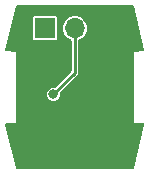
<source format=gbr>
G04 #@! TF.GenerationSoftware,KiCad,Pcbnew,7.0.1-0*
G04 #@! TF.CreationDate,2023-09-27T15:06:49-04:00*
G04 #@! TF.ProjectId,mechanical_speedo,6d656368-616e-4696-9361-6c5f73706565,rev?*
G04 #@! TF.SameCoordinates,Original*
G04 #@! TF.FileFunction,Copper,L2,Bot*
G04 #@! TF.FilePolarity,Positive*
%FSLAX46Y46*%
G04 Gerber Fmt 4.6, Leading zero omitted, Abs format (unit mm)*
G04 Created by KiCad (PCBNEW 7.0.1-0) date 2023-09-27 15:06:49*
%MOMM*%
%LPD*%
G01*
G04 APERTURE LIST*
G04 #@! TA.AperFunction,ComponentPad*
%ADD10R,1.700000X1.700000*%
G04 #@! TD*
G04 #@! TA.AperFunction,ComponentPad*
%ADD11O,1.700000X1.700000*%
G04 #@! TD*
G04 #@! TA.AperFunction,ViaPad*
%ADD12C,0.800000*%
G04 #@! TD*
G04 #@! TA.AperFunction,Conductor*
%ADD13C,0.250000*%
G04 #@! TD*
G04 APERTURE END LIST*
D10*
X-2525000Y5000000D03*
D11*
X15000Y5000000D03*
X2555000Y5000000D03*
D12*
X-1800000Y-600000D03*
D13*
X-1800000Y-600000D02*
X15000Y1215000D01*
X15000Y1215000D02*
X15000Y5000000D01*
G04 #@! TA.AperFunction,Conductor*
G36*
X4916789Y6937588D02*
G01*
X4959632Y6904136D01*
X4984053Y6855575D01*
X5901266Y3186721D01*
X5902532Y3132188D01*
X5880273Y3082387D01*
X5838797Y3046957D01*
X5786134Y3032755D01*
X5000000Y3000000D01*
X5000000Y-3000000D01*
X5786134Y-3032755D01*
X5838797Y-3046957D01*
X5880273Y-3082387D01*
X5902532Y-3132188D01*
X5901266Y-3186721D01*
X4984053Y-6855575D01*
X4959632Y-6904136D01*
X4916789Y-6937588D01*
X4863755Y-6949501D01*
X-4863755Y-6949501D01*
X-4916789Y-6937588D01*
X-4959632Y-6904136D01*
X-4984053Y-6855575D01*
X-5901266Y-3186721D01*
X-5902532Y-3132188D01*
X-5880273Y-3082387D01*
X-5838797Y-3046957D01*
X-5786134Y-3032755D01*
X-5000000Y-3000000D01*
X-5000000Y-600000D01*
X-2365337Y-600000D01*
X-2346074Y-746320D01*
X-2289596Y-882669D01*
X-2199754Y-999754D01*
X-2082669Y-1089596D01*
X-1946320Y-1146074D01*
X-1800000Y-1165337D01*
X-1653680Y-1146074D01*
X-1517331Y-1089596D01*
X-1490086Y-1068691D01*
X-1400245Y-999754D01*
X-1310404Y-882669D01*
X-1253926Y-746320D01*
X-1248853Y-707792D01*
X-1234662Y-599998D01*
X-1245478Y-517843D01*
X-1239958Y-461800D01*
X-1210220Y-413978D01*
X169645Y965887D01*
X182974Y975478D01*
X219606Y1015661D01*
X223562Y1019804D01*
X236422Y1032664D01*
X245133Y1043663D01*
X261941Y1062100D01*
X264057Y1067562D01*
X277381Y1092841D01*
X280698Y1097683D01*
X286407Y1121961D01*
X291488Y1138370D01*
X300500Y1161631D01*
X300500Y1167493D01*
X303793Y1195881D01*
X305135Y1201587D01*
X301689Y1226292D01*
X300500Y1243422D01*
X300500Y3938672D01*
X311553Y3989848D01*
X342741Y4031900D01*
X388501Y4057331D01*
X403573Y4061903D01*
X579120Y4155735D01*
X732988Y4282012D01*
X859265Y4435880D01*
X906180Y4523653D01*
X953097Y4611426D01*
X1010878Y4801905D01*
X1010879Y4801907D01*
X1030389Y5000000D01*
X1010879Y5198093D01*
X953097Y5388573D01*
X859265Y5564120D01*
X732988Y5717988D01*
X579120Y5844265D01*
X403573Y5938097D01*
X213093Y5995879D01*
X15000Y6015389D01*
X-183093Y5995879D01*
X-373573Y5938097D01*
X-549120Y5844265D01*
X-702988Y5717988D01*
X-829265Y5564120D01*
X-923097Y5388573D01*
X-980879Y5198093D01*
X-1000389Y5000000D01*
X-980879Y4801907D01*
X-980878Y4801905D01*
X-923097Y4611426D01*
X-876180Y4523653D01*
X-829265Y4435880D01*
X-702988Y4282012D01*
X-549120Y4155735D01*
X-373573Y4061903D01*
X-358501Y4057331D01*
X-312741Y4031900D01*
X-281553Y3989848D01*
X-270500Y3938672D01*
X-270500Y1384620D01*
X-279939Y1337167D01*
X-306819Y1296939D01*
X-1613980Y-10222D01*
X-1661801Y-39959D01*
X-1717842Y-45478D01*
X-1737123Y-42940D01*
X-1800000Y-34662D01*
X-1929297Y-51684D01*
X-1946320Y-53926D01*
X-2082668Y-110404D01*
X-2199754Y-200245D01*
X-2268690Y-290086D01*
X-2289596Y-317332D01*
X-2346074Y-453680D01*
X-2365337Y-600000D01*
X-5000000Y-600000D01*
X-5000000Y3000000D01*
X-5786134Y3032755D01*
X-5838797Y3046957D01*
X-5880273Y3082387D01*
X-5902532Y3132188D01*
X-5901266Y3186721D01*
X-5664398Y4134194D01*
X-3535500Y4134194D01*
X-3526187Y4087376D01*
X-3490714Y4034286D01*
X-3437624Y3998813D01*
X-3437623Y3998812D01*
X-3437622Y3998812D01*
X-3390807Y3989500D01*
X-3390806Y3989500D01*
X-1659194Y3989500D01*
X-1659193Y3989500D01*
X-1612377Y3998812D01*
X-1559286Y4034286D01*
X-1523812Y4087377D01*
X-1514500Y4134193D01*
X-1514500Y5865807D01*
X-1523812Y5912622D01*
X-1523813Y5912624D01*
X-1559286Y5965714D01*
X-1612376Y6001187D01*
X-1635785Y6005843D01*
X-1659193Y6010500D01*
X-1659194Y6010500D01*
X-3390806Y6010500D01*
X-3390807Y6010500D01*
X-3406411Y6007395D01*
X-3437624Y6001187D01*
X-3490714Y5965714D01*
X-3526187Y5912624D01*
X-3535500Y5865806D01*
X-3535500Y4134194D01*
X-5664398Y4134194D01*
X-5306917Y5564118D01*
X-4984052Y6855576D01*
X-4959632Y6904136D01*
X-4916789Y6937588D01*
X-4863755Y6949501D01*
X4863755Y6949501D01*
X4916789Y6937588D01*
G37*
G04 #@! TD.AperFunction*
M02*

</source>
